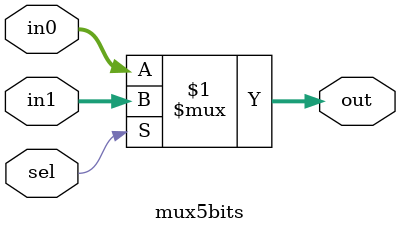
<source format=v>
module mux5bits(
    input [4:0] in0,
    input [4:0] in1,
    input sel,
    output [4:0] out
);
    assign out = sel ? in1 : in0;
endmodule
</source>
